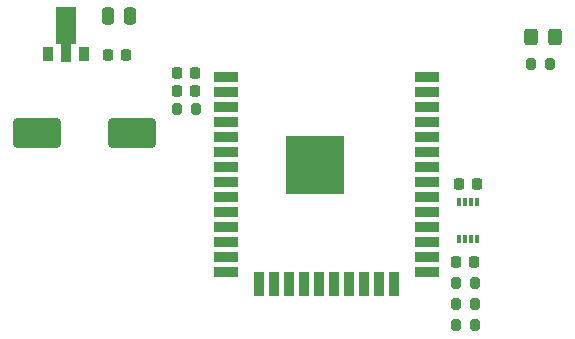
<source format=gbr>
%TF.GenerationSoftware,KiCad,Pcbnew,(6.0.9)*%
%TF.CreationDate,2023-01-18T13:19:17+01:00*%
%TF.ProjectId,WLED_All-in-one_ESP32_Controller,574c4544-5f41-46c6-9c2d-696e2d6f6e65,rev?*%
%TF.SameCoordinates,Original*%
%TF.FileFunction,Paste,Top*%
%TF.FilePolarity,Positive*%
%FSLAX46Y46*%
G04 Gerber Fmt 4.6, Leading zero omitted, Abs format (unit mm)*
G04 Created by KiCad (PCBNEW (6.0.9)) date 2023-01-18 13:19:17*
%MOMM*%
%LPD*%
G01*
G04 APERTURE LIST*
G04 Aperture macros list*
%AMRoundRect*
0 Rectangle with rounded corners*
0 $1 Rounding radius*
0 $2 $3 $4 $5 $6 $7 $8 $9 X,Y pos of 4 corners*
0 Add a 4 corners polygon primitive as box body*
4,1,4,$2,$3,$4,$5,$6,$7,$8,$9,$2,$3,0*
0 Add four circle primitives for the rounded corners*
1,1,$1+$1,$2,$3*
1,1,$1+$1,$4,$5*
1,1,$1+$1,$6,$7*
1,1,$1+$1,$8,$9*
0 Add four rect primitives between the rounded corners*
20,1,$1+$1,$2,$3,$4,$5,0*
20,1,$1+$1,$4,$5,$6,$7,0*
20,1,$1+$1,$6,$7,$8,$9,0*
20,1,$1+$1,$8,$9,$2,$3,0*%
%AMFreePoly0*
4,1,9,3.862500,-0.866500,0.737500,-0.866500,0.737500,-0.450000,-0.737500,-0.450000,-0.737500,0.450000,0.737500,0.450000,0.737500,0.866500,3.862500,0.866500,3.862500,-0.866500,3.862500,-0.866500,$1*%
G04 Aperture macros list end*
%ADD10RoundRect,0.225000X0.225000X0.250000X-0.225000X0.250000X-0.225000X-0.250000X0.225000X-0.250000X0*%
%ADD11R,0.900000X1.300000*%
%ADD12FreePoly0,90.000000*%
%ADD13R,0.300000X0.800000*%
%ADD14RoundRect,0.200000X-0.200000X-0.275000X0.200000X-0.275000X0.200000X0.275000X-0.200000X0.275000X0*%
%ADD15RoundRect,0.225000X-0.225000X-0.250000X0.225000X-0.250000X0.225000X0.250000X-0.225000X0.250000X0*%
%ADD16RoundRect,0.250000X-0.250000X-0.475000X0.250000X-0.475000X0.250000X0.475000X-0.250000X0.475000X0*%
%ADD17RoundRect,0.200000X0.200000X0.275000X-0.200000X0.275000X-0.200000X-0.275000X0.200000X-0.275000X0*%
%ADD18R,2.000000X0.900000*%
%ADD19R,0.900000X2.000000*%
%ADD20R,5.000000X5.000000*%
%ADD21RoundRect,0.250000X-0.325000X-0.450000X0.325000X-0.450000X0.325000X0.450000X-0.325000X0.450000X0*%
%ADD22RoundRect,0.250000X1.750000X1.000000X-1.750000X1.000000X-1.750000X-1.000000X1.750000X-1.000000X0*%
G04 APERTURE END LIST*
D10*
%TO.C,C7*%
X167920000Y-94742000D03*
X166370000Y-94742000D03*
%TD*%
D11*
%TO.C,U1*%
X131850000Y-77088000D03*
D12*
X133350000Y-77000500D03*
D11*
X134850000Y-77088000D03*
%TD*%
D13*
%TO.C,U3*%
X168136000Y-89636000D03*
X167636000Y-89636000D03*
X167136000Y-89636000D03*
X166636000Y-89636000D03*
X166636000Y-92736000D03*
X167136000Y-92736000D03*
X167636000Y-92736000D03*
X168136000Y-92736000D03*
%TD*%
D10*
%TO.C,C6*%
X168161000Y-88138000D03*
X166611000Y-88138000D03*
%TD*%
D14*
%TO.C,R5*%
X166370000Y-96520000D03*
X168020000Y-96520000D03*
%TD*%
D15*
%TO.C,C2*%
X136906000Y-77216000D03*
X138456000Y-77216000D03*
%TD*%
D16*
%TO.C,C3*%
X136906000Y-73914000D03*
X138806000Y-73914000D03*
%TD*%
D17*
%TO.C,R1*%
X144398000Y-81788000D03*
X142748000Y-81788000D03*
%TD*%
%TO.C,R3*%
X168020000Y-100076000D03*
X166370000Y-100076000D03*
%TD*%
D14*
%TO.C,R4*%
X172720000Y-77978000D03*
X174370000Y-77978000D03*
%TD*%
D18*
%TO.C,U2*%
X146948000Y-79037000D03*
X146948000Y-80307000D03*
X146948000Y-81577000D03*
X146948000Y-82847000D03*
X146948000Y-84117000D03*
X146948000Y-85387000D03*
X146948000Y-86657000D03*
X146948000Y-87927000D03*
X146948000Y-89197000D03*
X146948000Y-90467000D03*
X146948000Y-91737000D03*
X146948000Y-93007000D03*
X146948000Y-94277000D03*
X146948000Y-95547000D03*
D19*
X149733000Y-96547000D03*
X151003000Y-96547000D03*
X152273000Y-96547000D03*
X153543000Y-96547000D03*
X154813000Y-96547000D03*
X156083000Y-96547000D03*
X157353000Y-96547000D03*
X158623000Y-96547000D03*
X159893000Y-96547000D03*
X161163000Y-96547000D03*
D18*
X163948000Y-95547000D03*
X163948000Y-94277000D03*
X163948000Y-93007000D03*
X163948000Y-91737000D03*
X163948000Y-90467000D03*
X163948000Y-89197000D03*
X163948000Y-87927000D03*
X163948000Y-86657000D03*
X163948000Y-85387000D03*
X163948000Y-84117000D03*
X163948000Y-82847000D03*
X163948000Y-81577000D03*
X163948000Y-80307000D03*
X163948000Y-79037000D03*
D20*
X154448000Y-86537000D03*
%TD*%
D21*
%TO.C,D1*%
X172702000Y-75692000D03*
X174752000Y-75692000D03*
%TD*%
D17*
%TO.C,R2*%
X168020000Y-98298000D03*
X166370000Y-98298000D03*
%TD*%
D22*
%TO.C,C1*%
X138938000Y-83820000D03*
X130938000Y-83820000D03*
%TD*%
D15*
%TO.C,C4*%
X142748000Y-78740000D03*
X144298000Y-78740000D03*
%TD*%
%TO.C,C5*%
X142748000Y-80264000D03*
X144298000Y-80264000D03*
%TD*%
M02*

</source>
